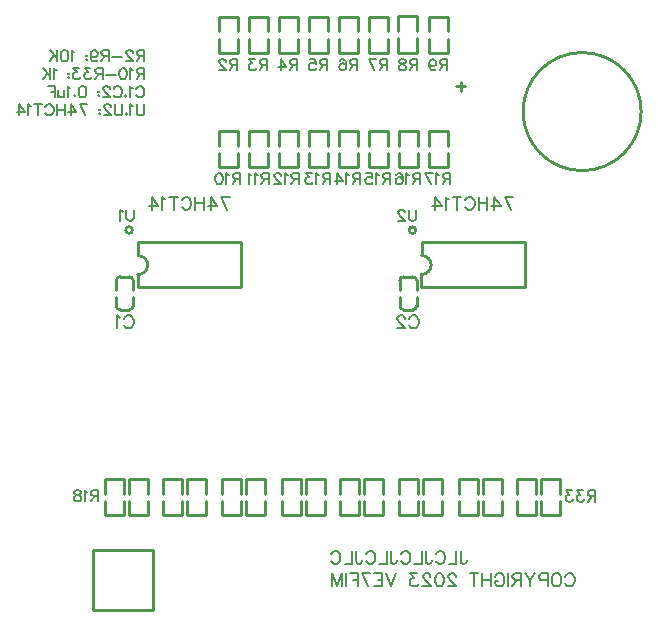
<source format=gbo>
G04 Layer: BottomSilkscreenLayer*
G04 Panelize: Stamp Hole, Column: 2, Row: 2, Board Size: 58.42mm x 58.42mm, Panelized Board Size: 122.84mm x 122.84mm*
G04 EasyEDA v6.5.34, 2023-09-13 23:46:03*
G04 50f54edec40846078001aba480b7569d,5a6b42c53f6a479593ecc07194224c93,10*
G04 Gerber Generator version 0.2*
G04 Scale: 100 percent, Rotated: No, Reflected: No *
G04 Dimensions in millimeters *
G04 leading zeros omitted , absolute positions ,4 integer and 5 decimal *
%FSLAX45Y45*%
%MOMM*%

%ADD10C,0.1524*%
%ADD11C,0.1520*%
%ADD12C,0.2540*%

%LPD*%
D10*
X4372259Y3620518D02*
G01*
X4424212Y3511415D01*
X4444994Y3620518D02*
G01*
X4372259Y3620518D01*
X4286013Y3620518D02*
G01*
X4337969Y3547783D01*
X4260037Y3547783D01*
X4286013Y3620518D02*
G01*
X4286013Y3511415D01*
X4225747Y3620518D02*
G01*
X4225747Y3511415D01*
X4153009Y3620518D02*
G01*
X4153009Y3511415D01*
X4225747Y3568565D02*
G01*
X4153009Y3568565D01*
X4040789Y3594541D02*
G01*
X4045983Y3604933D01*
X4056374Y3615324D01*
X4066766Y3620518D01*
X4087548Y3620518D01*
X4097939Y3615324D01*
X4108330Y3604933D01*
X4113524Y3594541D01*
X4118719Y3578953D01*
X4118719Y3552977D01*
X4113524Y3537391D01*
X4108330Y3527000D01*
X4097939Y3516609D01*
X4087548Y3511415D01*
X4066766Y3511415D01*
X4056374Y3516609D01*
X4045983Y3527000D01*
X4040789Y3537391D01*
X3970129Y3620518D02*
G01*
X3970129Y3511415D01*
X4006499Y3620518D02*
G01*
X3933761Y3620518D01*
X3899471Y3599736D02*
G01*
X3889080Y3604933D01*
X3873494Y3620518D01*
X3873494Y3511415D01*
X3787249Y3620518D02*
G01*
X3839204Y3547783D01*
X3761272Y3547783D01*
X3787249Y3620518D02*
G01*
X3787249Y3511415D01*
X1971956Y3620518D02*
G01*
X2023910Y3511415D01*
X2044692Y3620518D02*
G01*
X1971956Y3620518D01*
X1885711Y3620518D02*
G01*
X1937666Y3547783D01*
X1859734Y3547783D01*
X1885711Y3620518D02*
G01*
X1885711Y3511415D01*
X1825444Y3620518D02*
G01*
X1825444Y3511415D01*
X1752706Y3620518D02*
G01*
X1752706Y3511415D01*
X1825444Y3568565D02*
G01*
X1752706Y3568565D01*
X1640486Y3594541D02*
G01*
X1645681Y3604933D01*
X1656072Y3615324D01*
X1666463Y3620518D01*
X1687245Y3620518D01*
X1697636Y3615324D01*
X1708028Y3604933D01*
X1713222Y3594541D01*
X1718416Y3578953D01*
X1718416Y3552977D01*
X1713222Y3537391D01*
X1708028Y3527000D01*
X1697636Y3516609D01*
X1687245Y3511415D01*
X1666463Y3511415D01*
X1656072Y3516609D01*
X1645681Y3527000D01*
X1640486Y3537391D01*
X1569826Y3620518D02*
G01*
X1569826Y3511415D01*
X1606196Y3620518D02*
G01*
X1533458Y3620518D01*
X1499168Y3599736D02*
G01*
X1488777Y3604933D01*
X1473192Y3620518D01*
X1473192Y3511415D01*
X1386946Y3620518D02*
G01*
X1438902Y3547783D01*
X1360970Y3547783D01*
X1386946Y3620518D02*
G01*
X1386946Y3511415D01*
X4887757Y406862D02*
G01*
X4892954Y417253D01*
X4903345Y427644D01*
X4913734Y432838D01*
X4934516Y432838D01*
X4944907Y427644D01*
X4955298Y417253D01*
X4960495Y406862D01*
X4965689Y391274D01*
X4965689Y365297D01*
X4960495Y349712D01*
X4955298Y339321D01*
X4944907Y328929D01*
X4934516Y323735D01*
X4913734Y323735D01*
X4903345Y328929D01*
X4892954Y339321D01*
X4887757Y349712D01*
X4822294Y432838D02*
G01*
X4832685Y427644D01*
X4843076Y417253D01*
X4848273Y406862D01*
X4853467Y391274D01*
X4853467Y365297D01*
X4848273Y349712D01*
X4843076Y339321D01*
X4832685Y328929D01*
X4822294Y323735D01*
X4801514Y323735D01*
X4791123Y328929D01*
X4780732Y339321D01*
X4775535Y349712D01*
X4770340Y365297D01*
X4770340Y391274D01*
X4775535Y406862D01*
X4780732Y417253D01*
X4791123Y427644D01*
X4801514Y432838D01*
X4822294Y432838D01*
X4736050Y432838D02*
G01*
X4736050Y323735D01*
X4736050Y432838D02*
G01*
X4689292Y432838D01*
X4673704Y427644D01*
X4668509Y422447D01*
X4663315Y412056D01*
X4663315Y396471D01*
X4668509Y386079D01*
X4673704Y380885D01*
X4689292Y375688D01*
X4736050Y375688D01*
X4629025Y432838D02*
G01*
X4587460Y380885D01*
X4587460Y323735D01*
X4545896Y432838D02*
G01*
X4587460Y380885D01*
X4511606Y432838D02*
G01*
X4511606Y323735D01*
X4511606Y432838D02*
G01*
X4464847Y432838D01*
X4449262Y427644D01*
X4444065Y422447D01*
X4438870Y412056D01*
X4438870Y401665D01*
X4444065Y391274D01*
X4449262Y386079D01*
X4464847Y380885D01*
X4511606Y380885D01*
X4475238Y380885D02*
G01*
X4438870Y323735D01*
X4404580Y432838D02*
G01*
X4404580Y323735D01*
X4292358Y406862D02*
G01*
X4297555Y417253D01*
X4307944Y427644D01*
X4318335Y432838D01*
X4339117Y432838D01*
X4349508Y427644D01*
X4359899Y417253D01*
X4365094Y406862D01*
X4370290Y391274D01*
X4370290Y365297D01*
X4365094Y349712D01*
X4359899Y339321D01*
X4349508Y328929D01*
X4339117Y323735D01*
X4318335Y323735D01*
X4307944Y328929D01*
X4297555Y339321D01*
X4292358Y349712D01*
X4292358Y365297D01*
X4318335Y365297D02*
G01*
X4292358Y365297D01*
X4258068Y432838D02*
G01*
X4258068Y323735D01*
X4185333Y432838D02*
G01*
X4185333Y323735D01*
X4258068Y380885D02*
G01*
X4185333Y380885D01*
X4114675Y432838D02*
G01*
X4114675Y323735D01*
X4151043Y432838D02*
G01*
X4078305Y432838D01*
X3958810Y406862D02*
G01*
X3958810Y412056D01*
X3953614Y422447D01*
X3948419Y427644D01*
X3938028Y432838D01*
X3917246Y432838D01*
X3906855Y427644D01*
X3901660Y422447D01*
X3896464Y412056D01*
X3896464Y401665D01*
X3901660Y391274D01*
X3912052Y375688D01*
X3964005Y323735D01*
X3891269Y323735D01*
X3825806Y432838D02*
G01*
X3841394Y427644D01*
X3851785Y412056D01*
X3856979Y386079D01*
X3856979Y370494D01*
X3851785Y344515D01*
X3841394Y328929D01*
X3825806Y323735D01*
X3815415Y323735D01*
X3799829Y328929D01*
X3789438Y344515D01*
X3784244Y370494D01*
X3784244Y386079D01*
X3789438Y412056D01*
X3799829Y427644D01*
X3815415Y432838D01*
X3825806Y432838D01*
X3744757Y406862D02*
G01*
X3744757Y412056D01*
X3739563Y422447D01*
X3734366Y427644D01*
X3723975Y432838D01*
X3703195Y432838D01*
X3692804Y427644D01*
X3687607Y422447D01*
X3682413Y412056D01*
X3682413Y401665D01*
X3687607Y391274D01*
X3697998Y375688D01*
X3749954Y323735D01*
X3677216Y323735D01*
X3632535Y432838D02*
G01*
X3575385Y432838D01*
X3606558Y391274D01*
X3590973Y391274D01*
X3580582Y386079D01*
X3575385Y380885D01*
X3570190Y365297D01*
X3570190Y354906D01*
X3575385Y339321D01*
X3585776Y328929D01*
X3601364Y323735D01*
X3616949Y323735D01*
X3632535Y328929D01*
X3637732Y334124D01*
X3642926Y344515D01*
X3455890Y432838D02*
G01*
X3414326Y323735D01*
X3372764Y432838D02*
G01*
X3414326Y323735D01*
X3338474Y432838D02*
G01*
X3338474Y323735D01*
X3338474Y432838D02*
G01*
X3270933Y432838D01*
X3338474Y380885D02*
G01*
X3296909Y380885D01*
X3338474Y323735D02*
G01*
X3270933Y323735D01*
X3163905Y432838D02*
G01*
X3215860Y323735D01*
X3236643Y432838D02*
G01*
X3163905Y432838D01*
X3129615Y432838D02*
G01*
X3129615Y323735D01*
X3129615Y432838D02*
G01*
X3062074Y432838D01*
X3129615Y380885D02*
G01*
X3088053Y380885D01*
X3027784Y432838D02*
G01*
X3027784Y323735D01*
X2993494Y432838D02*
G01*
X2993494Y323735D01*
X2993494Y432838D02*
G01*
X2951932Y323735D01*
X2910367Y432838D02*
G01*
X2951932Y323735D01*
X2910367Y432838D02*
G01*
X2910367Y323735D01*
D11*
X3999336Y623338D02*
G01*
X3999336Y540212D01*
X4004533Y524624D01*
X4009727Y519429D01*
X4020118Y514235D01*
X4030510Y514235D01*
X4040901Y519429D01*
X4046098Y524624D01*
X4051292Y540212D01*
X4051292Y550603D01*
X3965046Y623338D02*
G01*
X3965046Y514235D01*
X3965046Y514235D02*
G01*
X3902702Y514235D01*
X3790480Y597362D02*
G01*
X3795676Y607753D01*
X3806068Y618144D01*
X3816456Y623338D01*
X3837238Y623338D01*
X3847630Y618144D01*
X3858021Y607753D01*
X3863218Y597362D01*
X3868412Y581774D01*
X3868412Y555797D01*
X3863218Y540212D01*
X3858021Y529821D01*
X3847630Y519429D01*
X3837238Y514235D01*
X3816456Y514235D01*
X3806068Y519429D01*
X3795676Y529821D01*
X3790480Y540212D01*
X3704236Y623338D02*
G01*
X3704236Y540212D01*
X3709431Y524624D01*
X3714628Y519429D01*
X3725016Y514235D01*
X3735407Y514235D01*
X3745798Y519429D01*
X3750995Y524624D01*
X3756190Y540212D01*
X3756190Y550603D01*
X3669946Y623338D02*
G01*
X3669946Y514235D01*
X3669946Y514235D02*
G01*
X3607600Y514235D01*
X3495377Y597362D02*
G01*
X3500574Y607753D01*
X3510965Y618144D01*
X3521356Y623338D01*
X3542136Y623338D01*
X3552527Y618144D01*
X3562918Y607753D01*
X3568115Y597362D01*
X3573310Y581774D01*
X3573310Y555797D01*
X3568115Y540212D01*
X3562918Y529821D01*
X3552527Y519429D01*
X3542136Y514235D01*
X3521356Y514235D01*
X3510965Y519429D01*
X3500574Y529821D01*
X3495377Y540212D01*
X3409134Y623338D02*
G01*
X3409134Y540212D01*
X3414328Y524624D01*
X3419525Y519429D01*
X3429916Y514235D01*
X3440308Y514235D01*
X3450696Y519429D01*
X3455893Y524624D01*
X3461087Y540212D01*
X3461087Y550603D01*
X3374844Y623338D02*
G01*
X3374844Y514235D01*
X3374844Y514235D02*
G01*
X3312497Y514235D01*
X3200278Y597362D02*
G01*
X3205472Y607753D01*
X3215863Y618144D01*
X3226254Y623338D01*
X3247036Y623338D01*
X3257428Y618144D01*
X3267816Y607753D01*
X3273013Y597362D01*
X3278207Y581774D01*
X3278207Y555797D01*
X3273013Y540212D01*
X3267816Y529821D01*
X3257428Y519429D01*
X3247036Y514235D01*
X3226254Y514235D01*
X3215863Y519429D01*
X3205472Y529821D01*
X3200278Y540212D01*
X3114032Y623338D02*
G01*
X3114032Y540212D01*
X3119226Y524624D01*
X3124423Y519429D01*
X3134814Y514235D01*
X3145205Y514235D01*
X3155596Y519429D01*
X3160791Y524624D01*
X3165988Y540212D01*
X3165988Y550603D01*
X3079742Y623338D02*
G01*
X3079742Y514235D01*
X3079742Y514235D02*
G01*
X3017398Y514235D01*
X2905175Y597362D02*
G01*
X2910370Y607753D01*
X2920761Y618144D01*
X2931152Y623338D01*
X2951934Y623338D01*
X2962325Y618144D01*
X2972716Y607753D01*
X2977911Y597362D01*
X2983108Y581774D01*
X2983108Y555797D01*
X2977911Y540212D01*
X2972716Y529821D01*
X2962325Y519429D01*
X2951934Y514235D01*
X2931152Y514235D01*
X2920761Y519429D01*
X2910370Y529821D01*
X2905175Y540212D01*
D10*
X1320774Y4863373D02*
G01*
X1320774Y4767917D01*
X1320774Y4863373D02*
G01*
X1279865Y4863373D01*
X1266228Y4858826D01*
X1261684Y4854282D01*
X1257137Y4845192D01*
X1257137Y4836101D01*
X1261684Y4827010D01*
X1266228Y4822464D01*
X1279865Y4817917D01*
X1320774Y4817917D01*
X1288956Y4817917D02*
G01*
X1257137Y4767917D01*
X1222593Y4840645D02*
G01*
X1222593Y4845192D01*
X1218046Y4854282D01*
X1213502Y4858826D01*
X1204412Y4863373D01*
X1186228Y4863373D01*
X1177137Y4858826D01*
X1172593Y4854282D01*
X1168046Y4845192D01*
X1168046Y4836101D01*
X1172593Y4827010D01*
X1181684Y4813373D01*
X1227137Y4767917D01*
X1163502Y4767917D01*
X1133502Y4808827D02*
G01*
X1051684Y4808827D01*
X1021684Y4863373D02*
G01*
X1021684Y4767917D01*
X1021684Y4863373D02*
G01*
X980775Y4863373D01*
X967138Y4858826D01*
X962593Y4854282D01*
X958047Y4845192D01*
X958047Y4836101D01*
X962593Y4827010D01*
X967138Y4822464D01*
X980775Y4817917D01*
X1021684Y4817917D01*
X989865Y4817917D02*
G01*
X958047Y4767917D01*
X868956Y4831554D02*
G01*
X873503Y4817917D01*
X882594Y4808827D01*
X896228Y4804282D01*
X900775Y4804282D01*
X914412Y4808827D01*
X923503Y4817917D01*
X928047Y4831554D01*
X928047Y4836101D01*
X923503Y4849736D01*
X914412Y4858826D01*
X900775Y4863373D01*
X896228Y4863373D01*
X882594Y4858826D01*
X873503Y4849736D01*
X868956Y4831554D01*
X868956Y4808827D01*
X873503Y4786101D01*
X882594Y4772464D01*
X896228Y4767917D01*
X905322Y4767917D01*
X918956Y4772464D01*
X923503Y4781555D01*
X834412Y4822464D02*
G01*
X838956Y4817917D01*
X834412Y4813373D01*
X829866Y4817917D01*
X834412Y4822464D01*
X834412Y4790645D02*
G01*
X838956Y4786101D01*
X834412Y4781555D01*
X829866Y4786101D01*
X834412Y4790645D01*
X729866Y4845192D02*
G01*
X720775Y4849736D01*
X707138Y4863373D01*
X707138Y4767917D01*
X649866Y4863373D02*
G01*
X663503Y4858826D01*
X672594Y4845192D01*
X677138Y4822464D01*
X677138Y4808827D01*
X672594Y4786101D01*
X663503Y4772464D01*
X649866Y4767917D01*
X640775Y4767917D01*
X627138Y4772464D01*
X618048Y4786101D01*
X613503Y4808827D01*
X613503Y4822464D01*
X618048Y4845192D01*
X627138Y4858826D01*
X640775Y4863373D01*
X649866Y4863373D01*
X583504Y4863373D02*
G01*
X583504Y4767917D01*
X519866Y4863373D02*
G01*
X583504Y4799736D01*
X560776Y4822464D02*
G01*
X519866Y4767917D01*
X1252626Y4535873D02*
G01*
X1257170Y4544964D01*
X1266261Y4554054D01*
X1275354Y4558601D01*
X1293535Y4558601D01*
X1302626Y4554054D01*
X1311716Y4544964D01*
X1316261Y4535873D01*
X1320807Y4522238D01*
X1320807Y4499510D01*
X1316261Y4485873D01*
X1311716Y4476783D01*
X1302626Y4467692D01*
X1293535Y4463145D01*
X1275354Y4463145D01*
X1266261Y4467692D01*
X1257170Y4476783D01*
X1252626Y4485873D01*
X1222626Y4540420D02*
G01*
X1213535Y4544964D01*
X1199898Y4558601D01*
X1199898Y4463145D01*
X1160807Y4481329D02*
G01*
X1165354Y4476783D01*
X1169898Y4481329D01*
X1165354Y4485873D01*
X1160807Y4481329D01*
X1160807Y4472238D01*
X1169898Y4463145D01*
X1062626Y4535873D02*
G01*
X1067170Y4544964D01*
X1076261Y4554054D01*
X1085354Y4558601D01*
X1103536Y4558601D01*
X1112626Y4554054D01*
X1121717Y4544964D01*
X1126261Y4535873D01*
X1130807Y4522238D01*
X1130807Y4499510D01*
X1126261Y4485873D01*
X1121717Y4476783D01*
X1112626Y4467692D01*
X1103536Y4463145D01*
X1085354Y4463145D01*
X1076261Y4467692D01*
X1067170Y4476783D01*
X1062626Y4485873D01*
X1028080Y4535873D02*
G01*
X1028080Y4540420D01*
X1023536Y4549510D01*
X1018989Y4554054D01*
X1009898Y4558601D01*
X991717Y4558601D01*
X982626Y4554054D01*
X978080Y4549510D01*
X973536Y4540420D01*
X973536Y4531329D01*
X978080Y4522238D01*
X987170Y4508601D01*
X1032626Y4463145D01*
X968989Y4463145D01*
X934445Y4517692D02*
G01*
X938989Y4513145D01*
X934445Y4508601D01*
X929899Y4513145D01*
X934445Y4517692D01*
X934445Y4485873D02*
G01*
X938989Y4481329D01*
X934445Y4476783D01*
X929899Y4481329D01*
X934445Y4485873D01*
X802627Y4558601D02*
G01*
X816262Y4554054D01*
X825355Y4540420D01*
X829899Y4517692D01*
X829899Y4504054D01*
X825355Y4481329D01*
X816262Y4467692D01*
X802627Y4463145D01*
X793536Y4463145D01*
X779899Y4467692D01*
X770808Y4481329D01*
X766262Y4504054D01*
X766262Y4517692D01*
X770808Y4540420D01*
X779899Y4554054D01*
X793536Y4558601D01*
X802627Y4558601D01*
X731718Y4485873D02*
G01*
X736262Y4481329D01*
X731718Y4476783D01*
X727171Y4481329D01*
X731718Y4485873D01*
X697171Y4540420D02*
G01*
X688080Y4544964D01*
X674446Y4558601D01*
X674446Y4463145D01*
X644446Y4526782D02*
G01*
X644446Y4481329D01*
X639899Y4467692D01*
X630809Y4463145D01*
X617171Y4463145D01*
X608081Y4467692D01*
X594446Y4481329D01*
X594446Y4526782D02*
G01*
X594446Y4463145D01*
X564446Y4558601D02*
G01*
X564446Y4463145D01*
X564446Y4558601D02*
G01*
X505355Y4558601D01*
X564446Y4513145D02*
G01*
X528081Y4513145D01*
X1320797Y4710998D02*
G01*
X1320797Y4615543D01*
X1320797Y4710998D02*
G01*
X1279888Y4710998D01*
X1266250Y4706452D01*
X1261706Y4701908D01*
X1257160Y4692817D01*
X1257160Y4683726D01*
X1261706Y4674636D01*
X1266250Y4670089D01*
X1279888Y4665543D01*
X1320797Y4665543D01*
X1288978Y4665543D02*
G01*
X1257160Y4615543D01*
X1227160Y4692817D02*
G01*
X1218069Y4697361D01*
X1204434Y4710998D01*
X1204434Y4615543D01*
X1147160Y4710998D02*
G01*
X1160797Y4706452D01*
X1169888Y4692817D01*
X1174435Y4670089D01*
X1174435Y4656452D01*
X1169888Y4633727D01*
X1160797Y4620089D01*
X1147160Y4615543D01*
X1138069Y4615543D01*
X1124435Y4620089D01*
X1115344Y4633727D01*
X1110797Y4656452D01*
X1110797Y4670089D01*
X1115344Y4692817D01*
X1124435Y4706452D01*
X1138069Y4710998D01*
X1147160Y4710998D01*
X1080797Y4656452D02*
G01*
X998979Y4656452D01*
X968979Y4710998D02*
G01*
X968979Y4615543D01*
X968979Y4710998D02*
G01*
X928070Y4710998D01*
X914435Y4706452D01*
X909888Y4701908D01*
X905344Y4692817D01*
X905344Y4683726D01*
X909888Y4674636D01*
X914435Y4670089D01*
X928070Y4665543D01*
X968979Y4665543D01*
X937160Y4665543D02*
G01*
X905344Y4615543D01*
X866251Y4710998D02*
G01*
X816251Y4710998D01*
X843526Y4674636D01*
X829889Y4674636D01*
X820798Y4670089D01*
X816251Y4665543D01*
X811707Y4651908D01*
X811707Y4642817D01*
X816251Y4629180D01*
X825345Y4620089D01*
X838979Y4615543D01*
X852617Y4615543D01*
X866251Y4620089D01*
X870798Y4624636D01*
X875344Y4633727D01*
X772617Y4710998D02*
G01*
X722617Y4710998D01*
X749889Y4674636D01*
X736252Y4674636D01*
X727161Y4670089D01*
X722617Y4665543D01*
X718070Y4651908D01*
X718070Y4642817D01*
X722617Y4629180D01*
X731707Y4620089D01*
X745345Y4615543D01*
X758979Y4615543D01*
X772617Y4620089D01*
X777161Y4624636D01*
X781707Y4633727D01*
X683526Y4670089D02*
G01*
X688070Y4665543D01*
X683526Y4660999D01*
X678980Y4665543D01*
X683526Y4670089D01*
X683526Y4638271D02*
G01*
X688070Y4633727D01*
X683526Y4629180D01*
X678980Y4633727D01*
X683526Y4638271D01*
X578980Y4692817D02*
G01*
X569889Y4697361D01*
X556252Y4710998D01*
X556252Y4615543D01*
X526252Y4710998D02*
G01*
X526252Y4615543D01*
X462617Y4710998D02*
G01*
X526252Y4647361D01*
X503527Y4670089D02*
G01*
X462617Y4615543D01*
X1320797Y4406198D02*
G01*
X1320797Y4338015D01*
X1316250Y4324380D01*
X1307160Y4315287D01*
X1293525Y4310743D01*
X1284434Y4310743D01*
X1270797Y4315287D01*
X1261706Y4324380D01*
X1257160Y4338015D01*
X1257160Y4406198D01*
X1227160Y4388017D02*
G01*
X1218069Y4392561D01*
X1204434Y4406198D01*
X1204434Y4310743D01*
X1165344Y4328924D02*
G01*
X1169888Y4324380D01*
X1174435Y4328924D01*
X1169888Y4333471D01*
X1165344Y4328924D01*
X1165344Y4319833D01*
X1174435Y4310743D01*
X1135344Y4406198D02*
G01*
X1135344Y4338015D01*
X1130797Y4324380D01*
X1121707Y4315287D01*
X1108069Y4310743D01*
X1098979Y4310743D01*
X1085344Y4315287D01*
X1076251Y4324380D01*
X1071707Y4338015D01*
X1071707Y4406198D01*
X1037160Y4383471D02*
G01*
X1037160Y4388017D01*
X1032616Y4397108D01*
X1028070Y4401652D01*
X1018979Y4406198D01*
X1000798Y4406198D01*
X991707Y4401652D01*
X987160Y4397108D01*
X982616Y4388017D01*
X982616Y4378924D01*
X987160Y4369833D01*
X996251Y4356199D01*
X1041707Y4310743D01*
X978070Y4310743D01*
X943526Y4365289D02*
G01*
X948070Y4360743D01*
X943526Y4356199D01*
X938979Y4360743D01*
X943526Y4365289D01*
X943526Y4333471D02*
G01*
X948070Y4328924D01*
X943526Y4324380D01*
X938979Y4328924D01*
X943526Y4333471D01*
X775345Y4406198D02*
G01*
X820798Y4310743D01*
X838979Y4406198D02*
G01*
X775345Y4406198D01*
X699889Y4406198D02*
G01*
X745345Y4342561D01*
X677161Y4342561D01*
X699889Y4406198D02*
G01*
X699889Y4310743D01*
X647161Y4406198D02*
G01*
X647161Y4310743D01*
X583526Y4406198D02*
G01*
X583526Y4310743D01*
X647161Y4360743D02*
G01*
X583526Y4360743D01*
X485345Y4383471D02*
G01*
X489889Y4392561D01*
X498980Y4401652D01*
X508071Y4406198D01*
X526252Y4406198D01*
X535345Y4401652D01*
X544436Y4392561D01*
X548980Y4383471D01*
X553526Y4369833D01*
X553526Y4347105D01*
X548980Y4333471D01*
X544436Y4324380D01*
X535345Y4315287D01*
X526252Y4310743D01*
X508071Y4310743D01*
X498980Y4315287D01*
X489889Y4324380D01*
X485345Y4333471D01*
X423527Y4406198D02*
G01*
X423527Y4310743D01*
X455345Y4406198D02*
G01*
X391708Y4406198D01*
X361708Y4388017D02*
G01*
X352618Y4392561D01*
X338980Y4406198D01*
X338980Y4310743D01*
X263527Y4406198D02*
G01*
X308980Y4342561D01*
X240799Y4342561D01*
X263527Y4406198D02*
G01*
X263527Y4310743D01*
X2133600Y3821991D02*
G01*
X2133600Y3726535D01*
X2133600Y3821991D02*
G01*
X2092690Y3821991D01*
X2079053Y3817444D01*
X2074509Y3812900D01*
X2069962Y3803810D01*
X2069962Y3794719D01*
X2074509Y3785628D01*
X2079053Y3781082D01*
X2092690Y3776535D01*
X2133600Y3776535D01*
X2101781Y3776535D02*
G01*
X2069962Y3726535D01*
X2039962Y3803810D02*
G01*
X2030872Y3808354D01*
X2017237Y3821991D01*
X2017237Y3726535D01*
X1959963Y3821991D02*
G01*
X1973600Y3817444D01*
X1982690Y3803810D01*
X1987237Y3781082D01*
X1987237Y3767444D01*
X1982690Y3744719D01*
X1973600Y3731082D01*
X1959963Y3726535D01*
X1950872Y3726535D01*
X1937237Y3731082D01*
X1928147Y3744719D01*
X1923600Y3767444D01*
X1923600Y3781082D01*
X1928147Y3803810D01*
X1937237Y3817444D01*
X1950872Y3821991D01*
X1959963Y3821991D01*
X1233962Y3512436D02*
G01*
X1233962Y3444255D01*
X1229415Y3430617D01*
X1220325Y3421527D01*
X1206690Y3416980D01*
X1197599Y3416980D01*
X1183962Y3421527D01*
X1174871Y3430617D01*
X1170325Y3444255D01*
X1170325Y3512436D01*
X1140325Y3494255D02*
G01*
X1131234Y3498799D01*
X1117600Y3512436D01*
X1117600Y3416980D01*
X3624346Y3512454D02*
G01*
X3624346Y3444273D01*
X3619799Y3430635D01*
X3610709Y3421545D01*
X3597074Y3416998D01*
X3587983Y3416998D01*
X3574346Y3421545D01*
X3565255Y3430635D01*
X3560709Y3444273D01*
X3560709Y3512454D01*
X3526165Y3489726D02*
G01*
X3526165Y3494272D01*
X3521618Y3503363D01*
X3517074Y3507907D01*
X3507983Y3512454D01*
X3489799Y3512454D01*
X3480709Y3507907D01*
X3476165Y3503363D01*
X3471618Y3494272D01*
X3471618Y3485182D01*
X3476165Y3476091D01*
X3485255Y3462454D01*
X3530709Y3416998D01*
X3467074Y3416998D01*
X2108184Y4787186D02*
G01*
X2108184Y4691730D01*
X2108184Y4787186D02*
G01*
X2067275Y4787186D01*
X2053638Y4782639D01*
X2049094Y4778095D01*
X2044547Y4769004D01*
X2044547Y4759914D01*
X2049094Y4750823D01*
X2053638Y4746277D01*
X2067275Y4741730D01*
X2108184Y4741730D01*
X2076366Y4741730D02*
G01*
X2044547Y4691730D01*
X2010003Y4764458D02*
G01*
X2010003Y4769004D01*
X2005456Y4778095D01*
X2000912Y4782639D01*
X1991822Y4787186D01*
X1973638Y4787186D01*
X1964547Y4782639D01*
X1960003Y4778095D01*
X1955457Y4769004D01*
X1955457Y4759914D01*
X1960003Y4750823D01*
X1969094Y4737186D01*
X2014547Y4691730D01*
X1950913Y4691730D01*
X3911600Y3821991D02*
G01*
X3911600Y3726535D01*
X3911600Y3821991D02*
G01*
X3870690Y3821991D01*
X3857053Y3817444D01*
X3852509Y3812900D01*
X3847962Y3803810D01*
X3847962Y3794719D01*
X3852509Y3785628D01*
X3857053Y3781082D01*
X3870690Y3776535D01*
X3911600Y3776535D01*
X3879781Y3776535D02*
G01*
X3847962Y3726535D01*
X3817962Y3803810D02*
G01*
X3808872Y3808354D01*
X3795237Y3821991D01*
X3795237Y3726535D01*
X3701600Y3821991D02*
G01*
X3747053Y3726535D01*
X3765237Y3821991D02*
G01*
X3701600Y3821991D01*
X3657600Y3821991D02*
G01*
X3657600Y3726535D01*
X3657600Y3821991D02*
G01*
X3616690Y3821991D01*
X3603053Y3817444D01*
X3598509Y3812900D01*
X3593962Y3803810D01*
X3593962Y3794719D01*
X3598509Y3785628D01*
X3603053Y3781082D01*
X3616690Y3776535D01*
X3657600Y3776535D01*
X3625781Y3776535D02*
G01*
X3593962Y3726535D01*
X3563962Y3803810D02*
G01*
X3554872Y3808354D01*
X3541237Y3821991D01*
X3541237Y3726535D01*
X3456691Y3808354D02*
G01*
X3461237Y3817444D01*
X3474872Y3821991D01*
X3483963Y3821991D01*
X3497600Y3817444D01*
X3506690Y3803810D01*
X3511237Y3781082D01*
X3511237Y3758354D01*
X3506690Y3740172D01*
X3497600Y3731082D01*
X3483963Y3726535D01*
X3479418Y3726535D01*
X3465781Y3731082D01*
X3456691Y3740172D01*
X3452147Y3753810D01*
X3452147Y3758354D01*
X3456691Y3771991D01*
X3465781Y3781082D01*
X3479418Y3785628D01*
X3483963Y3785628D01*
X3497600Y3781082D01*
X3506690Y3771991D01*
X3511237Y3758354D01*
X3403600Y3821991D02*
G01*
X3403600Y3726535D01*
X3403600Y3821991D02*
G01*
X3362690Y3821991D01*
X3349053Y3817444D01*
X3344509Y3812900D01*
X3339962Y3803810D01*
X3339962Y3794719D01*
X3344509Y3785628D01*
X3349053Y3781082D01*
X3362690Y3776535D01*
X3403600Y3776535D01*
X3371781Y3776535D02*
G01*
X3339962Y3726535D01*
X3309962Y3803810D02*
G01*
X3300872Y3808354D01*
X3287237Y3821991D01*
X3287237Y3726535D01*
X3202691Y3821991D02*
G01*
X3248146Y3821991D01*
X3252690Y3781082D01*
X3248146Y3785628D01*
X3234509Y3790172D01*
X3220872Y3790172D01*
X3207237Y3785628D01*
X3198147Y3776535D01*
X3193600Y3762900D01*
X3193600Y3753810D01*
X3198147Y3740172D01*
X3207237Y3731082D01*
X3220872Y3726535D01*
X3234509Y3726535D01*
X3248146Y3731082D01*
X3252690Y3735628D01*
X3257237Y3744719D01*
X3149602Y3821991D02*
G01*
X3149602Y3726535D01*
X3149602Y3821991D02*
G01*
X3108693Y3821991D01*
X3095056Y3817444D01*
X3090511Y3812900D01*
X3085965Y3803810D01*
X3085965Y3794719D01*
X3090511Y3785628D01*
X3095056Y3781082D01*
X3108693Y3776535D01*
X3149602Y3776535D01*
X3117783Y3776535D02*
G01*
X3085965Y3726535D01*
X3055965Y3803810D02*
G01*
X3046874Y3808354D01*
X3033240Y3821991D01*
X3033240Y3726535D01*
X2957784Y3821991D02*
G01*
X3003240Y3758354D01*
X2935056Y3758354D01*
X2957784Y3821991D02*
G01*
X2957784Y3726535D01*
X2895602Y3821991D02*
G01*
X2895602Y3726535D01*
X2895602Y3821991D02*
G01*
X2854693Y3821991D01*
X2841056Y3817444D01*
X2836511Y3812900D01*
X2831965Y3803810D01*
X2831965Y3794719D01*
X2836511Y3785628D01*
X2841056Y3781082D01*
X2854693Y3776535D01*
X2895602Y3776535D01*
X2863783Y3776535D02*
G01*
X2831965Y3726535D01*
X2801965Y3803810D02*
G01*
X2792874Y3808354D01*
X2779240Y3821991D01*
X2779240Y3726535D01*
X2740149Y3821991D02*
G01*
X2690149Y3821991D01*
X2717421Y3785628D01*
X2703784Y3785628D01*
X2694693Y3781082D01*
X2690149Y3776535D01*
X2685602Y3762900D01*
X2685602Y3753810D01*
X2690149Y3740172D01*
X2699240Y3731082D01*
X2712874Y3726535D01*
X2726512Y3726535D01*
X2740149Y3731082D01*
X2744693Y3735628D01*
X2749240Y3744719D01*
X2628900Y3821991D02*
G01*
X2628900Y3726535D01*
X2628900Y3821991D02*
G01*
X2587990Y3821991D01*
X2574353Y3817444D01*
X2569809Y3812900D01*
X2565262Y3803810D01*
X2565262Y3794719D01*
X2569809Y3785628D01*
X2574353Y3781082D01*
X2587990Y3776535D01*
X2628900Y3776535D01*
X2597081Y3776535D02*
G01*
X2565262Y3726535D01*
X2535262Y3803810D02*
G01*
X2526172Y3808354D01*
X2512537Y3821991D01*
X2512537Y3726535D01*
X2477990Y3799263D02*
G01*
X2477990Y3803810D01*
X2473446Y3812900D01*
X2468900Y3817444D01*
X2459809Y3821991D01*
X2441628Y3821991D01*
X2432537Y3817444D01*
X2427991Y3812900D01*
X2423447Y3803810D01*
X2423447Y3794719D01*
X2427991Y3785628D01*
X2437081Y3771991D01*
X2482537Y3726535D01*
X2418900Y3726535D01*
X2374900Y3821991D02*
G01*
X2374900Y3726535D01*
X2374900Y3821991D02*
G01*
X2333990Y3821991D01*
X2320353Y3817444D01*
X2315809Y3812900D01*
X2311262Y3803810D01*
X2311262Y3794719D01*
X2315809Y3785628D01*
X2320353Y3781082D01*
X2333990Y3776535D01*
X2374900Y3776535D01*
X2343081Y3776535D02*
G01*
X2311262Y3726535D01*
X2281262Y3803810D02*
G01*
X2272172Y3808354D01*
X2258537Y3821991D01*
X2258537Y3726535D01*
X2228537Y3803810D02*
G01*
X2219446Y3808354D01*
X2205809Y3821991D01*
X2205809Y3726535D01*
X3886184Y4787186D02*
G01*
X3886184Y4691730D01*
X3886184Y4787186D02*
G01*
X3845275Y4787186D01*
X3831638Y4782639D01*
X3827094Y4778095D01*
X3822547Y4769004D01*
X3822547Y4759914D01*
X3827094Y4750823D01*
X3831638Y4746277D01*
X3845275Y4741730D01*
X3886184Y4741730D01*
X3854366Y4741730D02*
G01*
X3822547Y4691730D01*
X3733457Y4755367D02*
G01*
X3738003Y4741730D01*
X3747094Y4732639D01*
X3760731Y4728095D01*
X3765275Y4728095D01*
X3778912Y4732639D01*
X3788003Y4741730D01*
X3792547Y4755367D01*
X3792547Y4759914D01*
X3788003Y4773548D01*
X3778912Y4782639D01*
X3765275Y4787186D01*
X3760731Y4787186D01*
X3747094Y4782639D01*
X3738003Y4773548D01*
X3733457Y4755367D01*
X3733457Y4732639D01*
X3738003Y4709914D01*
X3747094Y4696277D01*
X3760731Y4691730D01*
X3769822Y4691730D01*
X3783456Y4696277D01*
X3788003Y4705367D01*
X3632177Y4787201D02*
G01*
X3632177Y4691745D01*
X3632177Y4787201D02*
G01*
X3591267Y4787201D01*
X3577630Y4782654D01*
X3573086Y4778110D01*
X3568539Y4769020D01*
X3568539Y4759929D01*
X3573086Y4750838D01*
X3577630Y4746292D01*
X3591267Y4741745D01*
X3632177Y4741745D01*
X3600358Y4741745D02*
G01*
X3568539Y4691745D01*
X3515814Y4787201D02*
G01*
X3529449Y4782654D01*
X3533995Y4773564D01*
X3533995Y4764473D01*
X3529449Y4755382D01*
X3520358Y4750838D01*
X3502177Y4746292D01*
X3488540Y4741745D01*
X3479449Y4732654D01*
X3474905Y4723564D01*
X3474905Y4709929D01*
X3479449Y4700838D01*
X3483996Y4696292D01*
X3497630Y4691745D01*
X3515814Y4691745D01*
X3529449Y4696292D01*
X3533995Y4700838D01*
X3538540Y4709929D01*
X3538540Y4723564D01*
X3533995Y4732654D01*
X3524905Y4741745D01*
X3511268Y4746292D01*
X3493086Y4750838D01*
X3483996Y4755382D01*
X3479449Y4764473D01*
X3479449Y4773564D01*
X3483996Y4782654D01*
X3497630Y4787201D01*
X3515814Y4787201D01*
X3378184Y4787186D02*
G01*
X3378184Y4691730D01*
X3378184Y4787186D02*
G01*
X3337275Y4787186D01*
X3323638Y4782639D01*
X3319094Y4778095D01*
X3314547Y4769004D01*
X3314547Y4759914D01*
X3319094Y4750823D01*
X3323638Y4746277D01*
X3337275Y4741730D01*
X3378184Y4741730D01*
X3346366Y4741730D02*
G01*
X3314547Y4691730D01*
X3220913Y4787186D02*
G01*
X3266366Y4691730D01*
X3284547Y4787186D02*
G01*
X3220913Y4787186D01*
X3124187Y4787186D02*
G01*
X3124187Y4691730D01*
X3124187Y4787186D02*
G01*
X3083278Y4787186D01*
X3069640Y4782639D01*
X3065096Y4778095D01*
X3060550Y4769004D01*
X3060550Y4759914D01*
X3065096Y4750823D01*
X3069640Y4746277D01*
X3083278Y4741730D01*
X3124187Y4741730D01*
X3092368Y4741730D02*
G01*
X3060550Y4691730D01*
X2976006Y4773548D02*
G01*
X2980550Y4782639D01*
X2994187Y4787186D01*
X3003278Y4787186D01*
X3016915Y4782639D01*
X3026006Y4769004D01*
X3030550Y4746277D01*
X3030550Y4723549D01*
X3026006Y4705367D01*
X3016915Y4696277D01*
X3003278Y4691730D01*
X2998734Y4691730D01*
X2985096Y4696277D01*
X2976006Y4705367D01*
X2971459Y4719005D01*
X2971459Y4723549D01*
X2976006Y4737186D01*
X2985096Y4746277D01*
X2998734Y4750823D01*
X3003278Y4750823D01*
X3016915Y4746277D01*
X3026006Y4737186D01*
X3030550Y4723549D01*
X2870187Y4787186D02*
G01*
X2870187Y4691730D01*
X2870187Y4787186D02*
G01*
X2829278Y4787186D01*
X2815640Y4782639D01*
X2811096Y4778095D01*
X2806550Y4769004D01*
X2806550Y4759914D01*
X2811096Y4750823D01*
X2815640Y4746277D01*
X2829278Y4741730D01*
X2870187Y4741730D01*
X2838368Y4741730D02*
G01*
X2806550Y4691730D01*
X2722006Y4787186D02*
G01*
X2767459Y4787186D01*
X2772006Y4746277D01*
X2767459Y4750823D01*
X2753824Y4755367D01*
X2740187Y4755367D01*
X2726550Y4750823D01*
X2717459Y4741730D01*
X2712915Y4728095D01*
X2712915Y4719005D01*
X2717459Y4705367D01*
X2726550Y4696277D01*
X2740187Y4691730D01*
X2753824Y4691730D01*
X2767459Y4696277D01*
X2772006Y4700823D01*
X2776550Y4709914D01*
X2616184Y4787186D02*
G01*
X2616184Y4691730D01*
X2616184Y4787186D02*
G01*
X2575275Y4787186D01*
X2561638Y4782639D01*
X2557094Y4778095D01*
X2552547Y4769004D01*
X2552547Y4759914D01*
X2557094Y4750823D01*
X2561638Y4746277D01*
X2575275Y4741730D01*
X2616184Y4741730D01*
X2584366Y4741730D02*
G01*
X2552547Y4691730D01*
X2477094Y4787186D02*
G01*
X2522547Y4723549D01*
X2454366Y4723549D01*
X2477094Y4787186D02*
G01*
X2477094Y4691730D01*
X2362184Y4787186D02*
G01*
X2362184Y4691730D01*
X2362184Y4787186D02*
G01*
X2321275Y4787186D01*
X2307638Y4782639D01*
X2303094Y4778095D01*
X2298547Y4769004D01*
X2298547Y4759914D01*
X2303094Y4750823D01*
X2307638Y4746277D01*
X2321275Y4741730D01*
X2362184Y4741730D01*
X2330366Y4741730D02*
G01*
X2298547Y4691730D01*
X2259456Y4787186D02*
G01*
X2209457Y4787186D01*
X2236731Y4750823D01*
X2223094Y4750823D01*
X2214003Y4746277D01*
X2209457Y4741730D01*
X2204913Y4728095D01*
X2204913Y4719005D01*
X2209457Y4705367D01*
X2218547Y4696277D01*
X2232185Y4691730D01*
X2245822Y4691730D01*
X2259456Y4696277D01*
X2264003Y4700823D01*
X2268547Y4709914D01*
X933894Y1137577D02*
G01*
X933894Y1042121D01*
X933894Y1137577D02*
G01*
X892985Y1137577D01*
X879347Y1133030D01*
X874803Y1128486D01*
X870257Y1119395D01*
X870257Y1110305D01*
X874803Y1101214D01*
X879347Y1096667D01*
X892985Y1092121D01*
X933894Y1092121D01*
X902075Y1092121D02*
G01*
X870257Y1042121D01*
X840257Y1119395D02*
G01*
X831166Y1123939D01*
X817532Y1137577D01*
X817532Y1042121D01*
X764804Y1137577D02*
G01*
X778441Y1133030D01*
X782985Y1123939D01*
X782985Y1114849D01*
X778441Y1105758D01*
X769348Y1101214D01*
X751166Y1096667D01*
X737532Y1092121D01*
X728441Y1083030D01*
X723894Y1073939D01*
X723894Y1060305D01*
X728441Y1051214D01*
X732985Y1046667D01*
X746622Y1042121D01*
X764804Y1042121D01*
X778441Y1046667D01*
X782985Y1051214D01*
X787532Y1060305D01*
X787532Y1073939D01*
X782985Y1083030D01*
X773894Y1092121D01*
X760257Y1096667D01*
X742076Y1101214D01*
X732985Y1105758D01*
X728441Y1114849D01*
X728441Y1123939D01*
X732985Y1133030D01*
X746622Y1137577D01*
X764804Y1137577D01*
X5140396Y1137533D02*
G01*
X5140396Y1042080D01*
X5140396Y1137533D02*
G01*
X5099486Y1137533D01*
X5085849Y1132987D01*
X5081305Y1128443D01*
X5076758Y1119352D01*
X5076758Y1110261D01*
X5081305Y1101171D01*
X5085849Y1096624D01*
X5099486Y1092080D01*
X5140396Y1092080D01*
X5108577Y1092080D02*
G01*
X5076758Y1042080D01*
X5037668Y1137533D02*
G01*
X4987668Y1137533D01*
X5014942Y1101171D01*
X5001305Y1101171D01*
X4992215Y1096624D01*
X4987668Y1092080D01*
X4983124Y1078443D01*
X4983124Y1069352D01*
X4987668Y1055715D01*
X4996759Y1046624D01*
X5010396Y1042080D01*
X5024033Y1042080D01*
X5037668Y1046624D01*
X5042214Y1051171D01*
X5046759Y1060262D01*
X4944033Y1137533D02*
G01*
X4894033Y1137533D01*
X4921305Y1101171D01*
X4907668Y1101171D01*
X4898577Y1096624D01*
X4894033Y1092080D01*
X4889487Y1078443D01*
X4889487Y1069352D01*
X4894033Y1055715D01*
X4903124Y1046624D01*
X4916759Y1042080D01*
X4930396Y1042080D01*
X4944033Y1046624D01*
X4948577Y1051171D01*
X4953124Y1060262D01*
X1153955Y2591249D02*
G01*
X1159151Y2601640D01*
X1169543Y2612031D01*
X1179931Y2617226D01*
X1200713Y2617226D01*
X1211105Y2612031D01*
X1221496Y2601640D01*
X1226693Y2591249D01*
X1231887Y2575661D01*
X1231887Y2549685D01*
X1226693Y2534099D01*
X1221496Y2523708D01*
X1211105Y2513317D01*
X1200713Y2508122D01*
X1179931Y2508122D01*
X1169543Y2513317D01*
X1159151Y2523708D01*
X1153955Y2534099D01*
X1119665Y2596443D02*
G01*
X1109273Y2601640D01*
X1093688Y2617226D01*
X1093688Y2508122D01*
X3566947Y2591257D02*
G01*
X3572144Y2601648D01*
X3582535Y2612039D01*
X3592923Y2617233D01*
X3613706Y2617233D01*
X3624097Y2612039D01*
X3634488Y2601648D01*
X3639685Y2591257D01*
X3644879Y2575669D01*
X3644879Y2549692D01*
X3639685Y2534107D01*
X3634488Y2523716D01*
X3624097Y2513324D01*
X3613706Y2508130D01*
X3592923Y2508130D01*
X3582535Y2513324D01*
X3572144Y2523716D01*
X3566947Y2534107D01*
X3527463Y2591257D02*
G01*
X3527463Y2596451D01*
X3522266Y2606842D01*
X3517071Y2612039D01*
X3506680Y2617233D01*
X3485898Y2617233D01*
X3475507Y2612039D01*
X3470313Y2606842D01*
X3465116Y2596451D01*
X3465116Y2586060D01*
X3470313Y2575669D01*
X3480704Y2560083D01*
X3532657Y2508130D01*
X3459921Y2508130D01*
D12*
X4038587Y4557440D02*
G01*
X3962387Y4557440D01*
X4000487Y4595540D02*
G01*
X4000487Y4519340D01*
X1951479Y3870830D02*
G01*
X2111484Y3870830D01*
X1951992Y4180888D02*
G01*
X2111994Y4180888D01*
X2111484Y3995826D02*
G01*
X2111484Y3870830D01*
X1951479Y3995826D02*
G01*
X1951479Y3870830D01*
X2111994Y4055884D02*
G01*
X2111994Y4180888D01*
X1951992Y4055884D02*
G01*
X1951992Y4180888D01*
X1267457Y2964172D02*
G01*
X1267457Y2857494D01*
X2141796Y2857494D01*
X2141796Y2857494D02*
G01*
X2141796Y3237646D01*
X2141796Y3237646D02*
G01*
X1269997Y3237646D01*
X1269997Y3129272D01*
X3667452Y2964172D02*
G01*
X3667452Y2857494D01*
X4541791Y2857494D01*
X4541791Y2857494D02*
G01*
X4541791Y3237646D01*
X4541791Y3237646D02*
G01*
X3669992Y3237646D01*
X3669992Y3129272D01*
X1951479Y4837043D02*
G01*
X2111481Y4837043D01*
X1951987Y5147101D02*
G01*
X2111992Y5147101D01*
X2111481Y4962039D02*
G01*
X2111481Y4837043D01*
X1951479Y4962039D02*
G01*
X1951479Y4837043D01*
X2111992Y5022098D02*
G01*
X2111992Y5147101D01*
X1951987Y5022098D02*
G01*
X1951987Y5147101D01*
X3729479Y3870830D02*
G01*
X3889484Y3870830D01*
X3729992Y4180888D02*
G01*
X3889994Y4180888D01*
X3889484Y3995826D02*
G01*
X3889484Y3870830D01*
X3729479Y3995826D02*
G01*
X3729479Y3870830D01*
X3889994Y4055884D02*
G01*
X3889994Y4180888D01*
X3729992Y4055884D02*
G01*
X3729992Y4180888D01*
X3475479Y3870830D02*
G01*
X3635484Y3870830D01*
X3475992Y4180888D02*
G01*
X3635994Y4180888D01*
X3635484Y3995826D02*
G01*
X3635484Y3870830D01*
X3475479Y3995826D02*
G01*
X3475479Y3870830D01*
X3635994Y4055884D02*
G01*
X3635994Y4180888D01*
X3475992Y4055884D02*
G01*
X3475992Y4180888D01*
X3221479Y3870830D02*
G01*
X3381484Y3870830D01*
X3221992Y4180888D02*
G01*
X3381994Y4180888D01*
X3381484Y3995826D02*
G01*
X3381484Y3870830D01*
X3221479Y3995826D02*
G01*
X3221479Y3870830D01*
X3381994Y4055884D02*
G01*
X3381994Y4180888D01*
X3221992Y4055884D02*
G01*
X3221992Y4180888D01*
X2967479Y3870830D02*
G01*
X3127484Y3870830D01*
X2967992Y4180888D02*
G01*
X3127994Y4180888D01*
X3127484Y3995826D02*
G01*
X3127484Y3870830D01*
X2967479Y3995826D02*
G01*
X2967479Y3870830D01*
X3127994Y4055884D02*
G01*
X3127994Y4180888D01*
X2967992Y4055884D02*
G01*
X2967992Y4180888D01*
X2713479Y3870830D02*
G01*
X2873484Y3870830D01*
X2713992Y4180888D02*
G01*
X2873994Y4180888D01*
X2873484Y3995826D02*
G01*
X2873484Y3870830D01*
X2713479Y3995826D02*
G01*
X2713479Y3870830D01*
X2873994Y4055884D02*
G01*
X2873994Y4180888D01*
X2713992Y4055884D02*
G01*
X2713992Y4180888D01*
X2459479Y3870830D02*
G01*
X2619484Y3870830D01*
X2459992Y4180888D02*
G01*
X2619994Y4180888D01*
X2619484Y3995826D02*
G01*
X2619484Y3870830D01*
X2459479Y3995826D02*
G01*
X2459479Y3870830D01*
X2619994Y4055884D02*
G01*
X2619994Y4180888D01*
X2459992Y4055884D02*
G01*
X2459992Y4180888D01*
X2205479Y3870830D02*
G01*
X2365484Y3870830D01*
X2205992Y4180888D02*
G01*
X2365994Y4180888D01*
X2365484Y3995826D02*
G01*
X2365484Y3870830D01*
X2205479Y3995826D02*
G01*
X2205479Y3870830D01*
X2365994Y4055884D02*
G01*
X2365994Y4180888D01*
X2205992Y4055884D02*
G01*
X2205992Y4180888D01*
X3729479Y4837043D02*
G01*
X3889481Y4837043D01*
X3729987Y5147101D02*
G01*
X3889992Y5147101D01*
X3889481Y4962039D02*
G01*
X3889481Y4837043D01*
X3729479Y4962039D02*
G01*
X3729479Y4837043D01*
X3889992Y5022098D02*
G01*
X3889992Y5147101D01*
X3729987Y5022098D02*
G01*
X3729987Y5147101D01*
X3472677Y4840640D02*
G01*
X3632680Y4840640D01*
X3473185Y5150698D02*
G01*
X3633190Y5150698D01*
X3632680Y4965636D02*
G01*
X3632680Y4840640D01*
X3472677Y4965636D02*
G01*
X3472677Y4840640D01*
X3633190Y5025694D02*
G01*
X3633190Y5150698D01*
X3473185Y5025694D02*
G01*
X3473185Y5150698D01*
X3221479Y4837043D02*
G01*
X3381481Y4837043D01*
X3221987Y5147101D02*
G01*
X3381992Y5147101D01*
X3381481Y4962039D02*
G01*
X3381481Y4837043D01*
X3221479Y4962039D02*
G01*
X3221479Y4837043D01*
X3381992Y5022098D02*
G01*
X3381992Y5147101D01*
X3221987Y5022098D02*
G01*
X3221987Y5147101D01*
X2967479Y4837043D02*
G01*
X3127481Y4837043D01*
X2967987Y5147101D02*
G01*
X3127992Y5147101D01*
X3127481Y4962039D02*
G01*
X3127481Y4837043D01*
X2967479Y4962039D02*
G01*
X2967479Y4837043D01*
X3127992Y5022098D02*
G01*
X3127992Y5147101D01*
X2967987Y5022098D02*
G01*
X2967987Y5147101D01*
X2713479Y4837043D02*
G01*
X2873481Y4837043D01*
X2713987Y5147101D02*
G01*
X2873992Y5147101D01*
X2873481Y4962039D02*
G01*
X2873481Y4837043D01*
X2713479Y4962039D02*
G01*
X2713479Y4837043D01*
X2873992Y5022098D02*
G01*
X2873992Y5147101D01*
X2713987Y5022098D02*
G01*
X2713987Y5147101D01*
X2459479Y4837043D02*
G01*
X2619481Y4837043D01*
X2459987Y5147101D02*
G01*
X2619992Y5147101D01*
X2619481Y4962039D02*
G01*
X2619481Y4837043D01*
X2459479Y4962039D02*
G01*
X2459479Y4837043D01*
X2619992Y5022098D02*
G01*
X2619992Y5147101D01*
X2459987Y5022098D02*
G01*
X2459987Y5147101D01*
X2205479Y4837043D02*
G01*
X2365481Y4837043D01*
X2205987Y5147101D02*
G01*
X2365992Y5147101D01*
X2365481Y4962039D02*
G01*
X2365481Y4837043D01*
X2205479Y4962039D02*
G01*
X2205479Y4837043D01*
X2365992Y5022098D02*
G01*
X2365992Y5147101D01*
X2205987Y5022098D02*
G01*
X2205987Y5147101D01*
X1189481Y924435D02*
G01*
X1349486Y924435D01*
X1189995Y1234493D02*
G01*
X1349997Y1234493D01*
X1349486Y1049431D02*
G01*
X1349486Y924435D01*
X1189481Y1049431D02*
G01*
X1189481Y924435D01*
X1349997Y1109489D02*
G01*
X1349997Y1234493D01*
X1189995Y1109489D02*
G01*
X1189995Y1234493D01*
X986281Y924435D02*
G01*
X1146286Y924435D01*
X986795Y1234493D02*
G01*
X1146797Y1234493D01*
X1146286Y1049431D02*
G01*
X1146286Y924435D01*
X986281Y1049431D02*
G01*
X986281Y924435D01*
X1146797Y1109489D02*
G01*
X1146797Y1234493D01*
X986795Y1109489D02*
G01*
X986795Y1234493D01*
X4681974Y924435D02*
G01*
X4841979Y924435D01*
X4682487Y1234493D02*
G01*
X4842489Y1234493D01*
X4841979Y1049431D02*
G01*
X4841979Y924435D01*
X4681974Y1049431D02*
G01*
X4681974Y924435D01*
X4842489Y1109489D02*
G01*
X4842489Y1234493D01*
X4682487Y1109489D02*
G01*
X4682487Y1234493D01*
X4478774Y924435D02*
G01*
X4638779Y924435D01*
X4479287Y1234493D02*
G01*
X4639289Y1234493D01*
X4638779Y1049431D02*
G01*
X4638779Y924435D01*
X4478774Y1049431D02*
G01*
X4478774Y924435D01*
X4639289Y1109489D02*
G01*
X4639289Y1234493D01*
X4479287Y1109489D02*
G01*
X4479287Y1234493D01*
X4186676Y924435D02*
G01*
X4346681Y924435D01*
X4187190Y1234493D02*
G01*
X4347192Y1234493D01*
X4346681Y1049431D02*
G01*
X4346681Y924435D01*
X4186676Y1049431D02*
G01*
X4186676Y924435D01*
X4347192Y1109489D02*
G01*
X4347192Y1234493D01*
X4187190Y1109489D02*
G01*
X4187190Y1234493D01*
X3983476Y924435D02*
G01*
X4143481Y924435D01*
X3983990Y1234493D02*
G01*
X4143992Y1234493D01*
X4143481Y1049431D02*
G01*
X4143481Y924435D01*
X3983476Y1049431D02*
G01*
X3983476Y924435D01*
X4143992Y1109489D02*
G01*
X4143992Y1234493D01*
X3983990Y1109489D02*
G01*
X3983990Y1234493D01*
X3678676Y924435D02*
G01*
X3838681Y924435D01*
X3679190Y1234493D02*
G01*
X3839192Y1234493D01*
X3838681Y1049431D02*
G01*
X3838681Y924435D01*
X3678676Y1049431D02*
G01*
X3678676Y924435D01*
X3839192Y1109489D02*
G01*
X3839192Y1234493D01*
X3679190Y1109489D02*
G01*
X3679190Y1234493D01*
X3475476Y924435D02*
G01*
X3635481Y924435D01*
X3475990Y1234493D02*
G01*
X3635992Y1234493D01*
X3635481Y1049431D02*
G01*
X3635481Y924435D01*
X3475476Y1049431D02*
G01*
X3475476Y924435D01*
X3635992Y1109489D02*
G01*
X3635992Y1234493D01*
X3475990Y1109489D02*
G01*
X3475990Y1234493D01*
X3183376Y924435D02*
G01*
X3343381Y924435D01*
X3183890Y1234493D02*
G01*
X3343892Y1234493D01*
X3343381Y1049431D02*
G01*
X3343381Y924435D01*
X3183376Y1049431D02*
G01*
X3183376Y924435D01*
X3343892Y1109489D02*
G01*
X3343892Y1234493D01*
X3183890Y1109489D02*
G01*
X3183890Y1234493D01*
X2980179Y924435D02*
G01*
X3140184Y924435D01*
X2980692Y1234493D02*
G01*
X3140694Y1234493D01*
X3140184Y1049431D02*
G01*
X3140184Y924435D01*
X2980179Y1049431D02*
G01*
X2980179Y924435D01*
X3140694Y1109489D02*
G01*
X3140694Y1234493D01*
X2980692Y1109489D02*
G01*
X2980692Y1234493D01*
X2688079Y924435D02*
G01*
X2848084Y924435D01*
X2688592Y1234493D02*
G01*
X2848594Y1234493D01*
X2848084Y1049431D02*
G01*
X2848084Y924435D01*
X2688079Y1049431D02*
G01*
X2688079Y924435D01*
X2848594Y1109489D02*
G01*
X2848594Y1234493D01*
X2688592Y1109489D02*
G01*
X2688592Y1234493D01*
X2484879Y924435D02*
G01*
X2644884Y924435D01*
X2485392Y1234493D02*
G01*
X2645394Y1234493D01*
X2644884Y1049431D02*
G01*
X2644884Y924435D01*
X2484879Y1049431D02*
G01*
X2484879Y924435D01*
X2645394Y1109489D02*
G01*
X2645394Y1234493D01*
X2485392Y1109489D02*
G01*
X2485392Y1234493D01*
X2180079Y924435D02*
G01*
X2340084Y924435D01*
X2180592Y1234493D02*
G01*
X2340594Y1234493D01*
X2340084Y1049431D02*
G01*
X2340084Y924435D01*
X2180079Y1049431D02*
G01*
X2180079Y924435D01*
X2340594Y1109489D02*
G01*
X2340594Y1234493D01*
X2180592Y1109489D02*
G01*
X2180592Y1234493D01*
X1976879Y924435D02*
G01*
X2136884Y924435D01*
X1977392Y1234493D02*
G01*
X2137394Y1234493D01*
X2136884Y1049431D02*
G01*
X2136884Y924435D01*
X1976879Y1049431D02*
G01*
X1976879Y924435D01*
X2137394Y1109489D02*
G01*
X2137394Y1234493D01*
X1977392Y1109489D02*
G01*
X1977392Y1234493D01*
X1481581Y924435D02*
G01*
X1641586Y924435D01*
X1482095Y1234493D02*
G01*
X1642097Y1234493D01*
X1641586Y1049431D02*
G01*
X1641586Y924435D01*
X1481581Y1049431D02*
G01*
X1481581Y924435D01*
X1642097Y1109489D02*
G01*
X1642097Y1234493D01*
X1482095Y1109489D02*
G01*
X1482095Y1234493D01*
X1684781Y924435D02*
G01*
X1844786Y924435D01*
X1685295Y1234493D02*
G01*
X1845297Y1234493D01*
X1844786Y1049431D02*
G01*
X1844786Y924435D01*
X1684781Y1049431D02*
G01*
X1684781Y924435D01*
X1845297Y1109489D02*
G01*
X1845297Y1234493D01*
X1685295Y1109489D02*
G01*
X1685295Y1234493D01*
X1195687Y2945706D02*
G01*
X1115684Y2945706D01*
X1226672Y2834731D02*
G01*
X1226672Y2914728D01*
X1084706Y2834731D02*
G01*
X1084706Y2914728D01*
X1227254Y2777142D02*
G01*
X1227254Y2697142D01*
X1196271Y2666159D02*
G01*
X1116274Y2666159D01*
X1085293Y2777142D02*
G01*
X1085293Y2697142D01*
X3595982Y2945706D02*
G01*
X3515979Y2945706D01*
X3626967Y2834731D02*
G01*
X3626967Y2914728D01*
X3485001Y2834731D02*
G01*
X3485001Y2914728D01*
X3627549Y2777142D02*
G01*
X3627549Y2697142D01*
X3596566Y2666159D02*
G01*
X3516569Y2666159D01*
X3485588Y2777142D02*
G01*
X3485588Y2697142D01*
G75*
G01*
X1267457Y2964172D02*
G03*
X1269997Y3124195I3701J79973D01*
G75*
G01*
X3667453Y2964172D02*
G03*
X3669993Y3124195I3700J79973D01*
G75*
G01*
X1196271Y2666154D02*
G03*
X1227254Y2697137I0J30983D01*
G75*
G01*
X1085289Y2697137D02*
G03*
X1116274Y2666154I30983J0D01*
G75*
G01*
X1226673Y2914724D02*
G03*
X1195687Y2945707I-30983J0D01*
G75*
G01*
X1115690Y2945707D02*
G03*
X1084707Y2914724I0J-30983D01*
G75*
G01*
X3596566Y2666154D02*
G03*
X3627549Y2697137I0J30983D01*
G75*
G01*
X3485584Y2697137D02*
G03*
X3516569Y2666154I30983J0D01*
G75*
G01*
X3626968Y2914724D02*
G03*
X3595982Y2945707I-30983J0D01*
G75*
G01*
X3515985Y2945707D02*
G03*
X3485002Y2914724I0J-30983D01*
G75*
G01
X5529199Y4343400D02*
G03X5529199Y4343400I-499999J0D01*
G75*
G01
X1222197Y3340075D02*
G03X1222197Y3340075I-28397J0D01*
G75*
G01
X3622192Y3340075D02*
G03X3622192Y3340075I-28397J0D01*
X889000Y635000D02*
G01*
X1397000Y635000D01*
X1397000Y127000D01*
X889000Y127000D01*
X889000Y635000D01*
M02*

</source>
